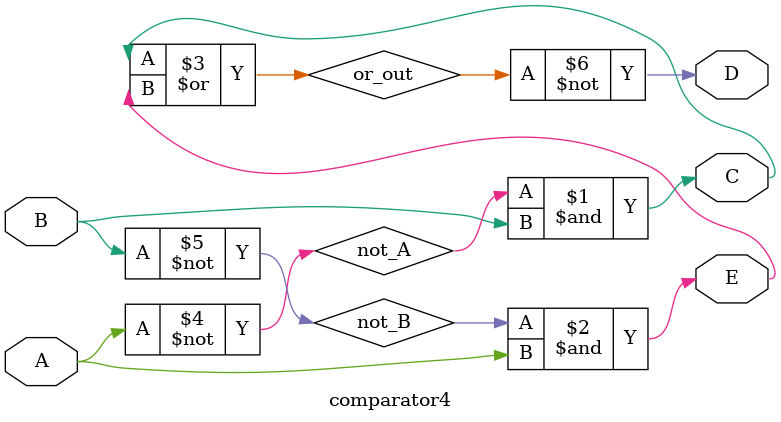
<source format=v>
module comparator4 (A,B,C,D,E);
    input A,B;
    output C,D,E;

wire not_A,not_B,or_out;

not n1 (not_A,A);
and g1 (C,not_A,B); // A<B
not n2 (not_B,B);
and g2 (E,not_B,A); // A>B
or g3 (or_out,C,E);
not g4 (D,or_out); // A=B

endmodule
</source>
